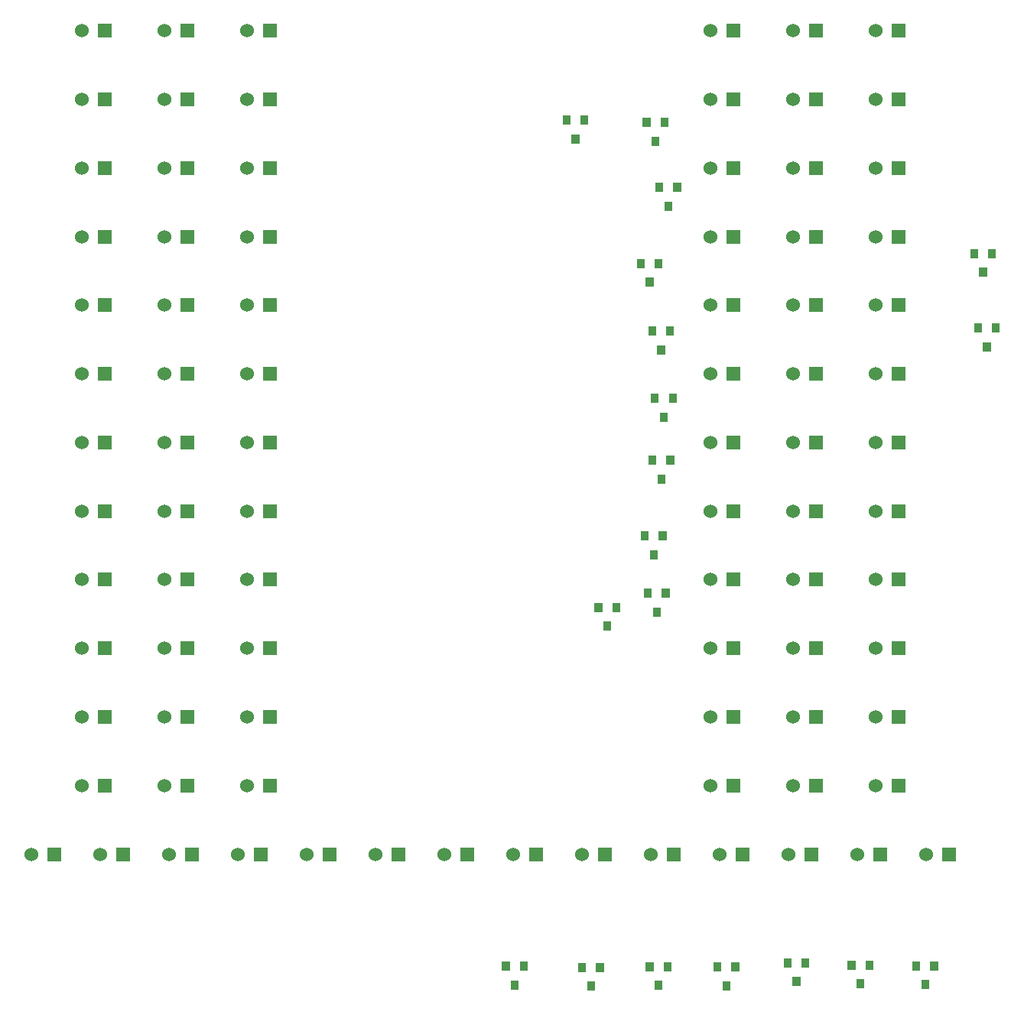
<source format=gbr>
G04 start of page 7 for group 2 layer_idx 11 *
G04 Title: liplight-art, top_mask *
G04 Creator: pcb-rnd 2.0.0 *
G04 CreationDate: 2018-08-04 21:30:55 UTC *
G04 For:  *
G04 Format: Gerber/RS-274X *
G04 PCB-Dimensions: 506299 506299 *
G04 PCB-Coordinate-Origin: lower left *
%MOIN*%
%FSLAX25Y25*%
%LNTOPMASK*%
%ADD35C,0.0600*%
%ADD34C,0.0001*%
G54D34*G36*
X111409Y444732D02*X117409D01*
Y438732D01*
X111409D01*
Y444732D01*
G37*
G54D35*X104409Y441732D03*
X140394Y411811D03*
G54D34*G36*
X111409Y414811D02*X117409D01*
Y408811D01*
X111409D01*
Y414811D01*
G37*
G54D35*X104409Y411811D03*
G54D34*G36*
X147394Y414811D02*X153394D01*
Y408811D01*
X147394D01*
Y414811D01*
G37*
G36*
X183378D02*X189378D01*
Y408811D01*
X183378D01*
Y414811D01*
G37*
G54D35*X176378Y411811D03*
G54D34*G36*
X147394Y444732D02*X153394D01*
Y438732D01*
X147394D01*
Y444732D01*
G37*
G54D35*X140394Y441732D03*
G54D34*G36*
X183378Y444732D02*X189378D01*
Y438732D01*
X183378D01*
Y444732D01*
G37*
G54D35*X176378Y441732D03*
G54D34*G36*
X89362Y85598D02*X95362D01*
Y79598D01*
X89362D01*
Y85598D01*
G37*
G54D35*X82362Y82598D03*
G54D34*G36*
X119362Y85598D02*X125362D01*
Y79598D01*
X119362D01*
Y85598D01*
G37*
G54D35*X112362Y82598D03*
X142362D03*
G54D34*G36*
X183378Y115598D02*X189378D01*
Y109598D01*
X183378D01*
Y115598D01*
G37*
G54D35*X176378Y112598D03*
G54D34*G36*
X149362Y85598D02*X155362D01*
Y79598D01*
X149362D01*
Y85598D01*
G37*
G36*
X179362D02*X185362D01*
Y79598D01*
X179362D01*
Y85598D01*
G37*
G54D35*X172362Y82598D03*
G54D34*G36*
X209362Y85598D02*X215362D01*
Y79598D01*
X209362D01*
Y85598D01*
G37*
G54D35*X202362Y82598D03*
G54D34*G36*
X147394Y115598D02*X153394D01*
Y109598D01*
X147394D01*
Y115598D01*
G37*
G54D35*X140394Y112598D03*
G54D34*G36*
X111409Y115598D02*X117409D01*
Y109598D01*
X111409D01*
Y115598D01*
G37*
G54D35*X104409Y112598D03*
G54D34*G36*
X239362Y85598D02*X245362D01*
Y79598D01*
X239362D01*
Y85598D01*
G37*
G36*
X269362D02*X275362D01*
Y79598D01*
X269362D01*
Y85598D01*
G37*
G54D35*X262362Y82598D03*
G54D34*G36*
X299362Y85598D02*X305362D01*
Y79598D01*
X299362D01*
Y85598D01*
G37*
G54D35*X292362Y82598D03*
X232362D03*
G54D34*G36*
X290956Y35740D02*X287556D01*
Y31740D01*
X290956D01*
Y35740D01*
G37*
G36*
X294856Y27540D02*X291456D01*
Y23540D01*
X294856D01*
Y27540D01*
G37*
G36*
X298756Y35740D02*X295356D01*
Y31740D01*
X298756D01*
Y35740D01*
G37*
G36*
X147394Y205362D02*X153394D01*
Y199362D01*
X147394D01*
Y205362D01*
G37*
G54D35*X140394Y202362D03*
G54D34*G36*
X147394Y175441D02*X153394D01*
Y169441D01*
X147394D01*
Y175441D01*
G37*
G54D35*X140394Y172441D03*
G54D34*G36*
X111409Y145520D02*X117409D01*
Y139520D01*
X111409D01*
Y145520D01*
G37*
G36*
X147394D02*X153394D01*
Y139520D01*
X147394D01*
Y145520D01*
G37*
G54D35*X140394Y142520D03*
G54D34*G36*
X147394Y235283D02*X153394D01*
Y229283D01*
X147394D01*
Y235283D01*
G37*
G54D35*X140394Y232283D03*
G54D34*G36*
X147394Y354969D02*X153394D01*
Y348969D01*
X147394D01*
Y354969D01*
G37*
G36*
Y384890D02*X153394D01*
Y378890D01*
X147394D01*
Y384890D01*
G37*
G36*
Y265205D02*X153394D01*
Y259205D01*
X147394D01*
Y265205D01*
G37*
G36*
Y295126D02*X153394D01*
Y289126D01*
X147394D01*
Y295126D01*
G37*
G36*
Y325047D02*X153394D01*
Y319047D01*
X147394D01*
Y325047D01*
G37*
G54D35*X140394Y351969D03*
Y381890D03*
Y262205D03*
Y292126D03*
Y322047D03*
G54D34*G36*
X183378Y205362D02*X189378D01*
Y199362D01*
X183378D01*
Y205362D01*
G37*
G54D35*X176378Y202362D03*
X104409Y142520D03*
G54D34*G36*
X183378Y145520D02*X189378D01*
Y139520D01*
X183378D01*
Y145520D01*
G37*
G54D35*X176378Y142520D03*
G54D34*G36*
X183378Y175441D02*X189378D01*
Y169441D01*
X183378D01*
Y175441D01*
G37*
G54D35*X176378Y172441D03*
G54D34*G36*
X183378Y235283D02*X189378D01*
Y229283D01*
X183378D01*
Y235283D01*
G37*
G54D35*X176378Y232283D03*
G54D34*G36*
X183378Y354969D02*X189378D01*
Y348969D01*
X183378D01*
Y354969D01*
G37*
G36*
Y384890D02*X189378D01*
Y378890D01*
X183378D01*
Y384890D01*
G37*
G36*
Y265205D02*X189378D01*
Y259205D01*
X183378D01*
Y265205D01*
G37*
G36*
Y295126D02*X189378D01*
Y289126D01*
X183378D01*
Y295126D01*
G37*
G36*
Y325047D02*X189378D01*
Y319047D01*
X183378D01*
Y325047D01*
G37*
G54D35*X176378Y351969D03*
Y381890D03*
Y262205D03*
Y292126D03*
Y322047D03*
G54D34*G36*
X111409Y265205D02*X117409D01*
Y259205D01*
X111409D01*
Y265205D01*
G37*
G36*
Y295126D02*X117409D01*
Y289126D01*
X111409D01*
Y295126D01*
G37*
G36*
Y325047D02*X117409D01*
Y319047D01*
X111409D01*
Y325047D01*
G37*
G36*
Y354969D02*X117409D01*
Y348969D01*
X111409D01*
Y354969D01*
G37*
G36*
Y175441D02*X117409D01*
Y169441D01*
X111409D01*
Y175441D01*
G37*
G36*
Y205362D02*X117409D01*
Y199362D01*
X111409D01*
Y205362D01*
G37*
G36*
Y235283D02*X117409D01*
Y229283D01*
X111409D01*
Y235283D01*
G37*
G36*
Y384890D02*X117409D01*
Y378890D01*
X111409D01*
Y384890D01*
G37*
G54D35*X104409Y262205D03*
Y292126D03*
Y322047D03*
Y351969D03*
Y172441D03*
Y202362D03*
Y232283D03*
Y381890D03*
G54D34*G36*
X421331Y444732D02*X427331D01*
Y438732D01*
X421331D01*
Y444732D01*
G37*
G54D35*X414331Y441732D03*
G54D34*G36*
X457315Y444732D02*X463315D01*
Y438732D01*
X457315D01*
Y444732D01*
G37*
G54D35*X450315Y441732D03*
G54D34*G36*
X421331Y325047D02*X427331D01*
Y319047D01*
X421331D01*
Y325047D01*
G37*
G54D35*X414331Y322047D03*
G54D34*G36*
X421331Y354969D02*X427331D01*
Y348969D01*
X421331D01*
Y354969D01*
G37*
G54D35*X414331Y351969D03*
G54D34*G36*
X496723Y314076D02*X493323D01*
Y310076D01*
X496723D01*
Y314076D01*
G37*
G36*
X504523D02*X501123D01*
Y310076D01*
X504523D01*
Y314076D01*
G37*
G36*
X500623Y305876D02*X497223D01*
Y301876D01*
X500623D01*
Y305876D01*
G37*
G36*
X495012Y346682D02*X491612D01*
Y342682D01*
X495012D01*
Y346682D01*
G37*
G36*
X502812D02*X499412D01*
Y342682D01*
X502812D01*
Y346682D01*
G37*
G36*
X498912Y338482D02*X495512D01*
Y334482D01*
X498912D01*
Y338482D01*
G37*
G36*
X457315Y414811D02*X463315D01*
Y408811D01*
X457315D01*
Y414811D01*
G37*
G54D35*X450315Y411811D03*
G54D34*G36*
X457315Y384890D02*X463315D01*
Y378890D01*
X457315D01*
Y384890D01*
G37*
G54D35*X450315Y381890D03*
G54D34*G36*
X421331Y414811D02*X427331D01*
Y408811D01*
X421331D01*
Y414811D01*
G37*
G54D35*X414331Y411811D03*
G54D34*G36*
X421331Y384890D02*X427331D01*
Y378890D01*
X421331D01*
Y384890D01*
G37*
G54D35*X414331Y381890D03*
G54D34*G36*
X317339Y404812D02*X313939D01*
Y400812D01*
X317339D01*
Y404812D01*
G37*
G36*
X325139D02*X321739D01*
Y400812D01*
X325139D01*
Y404812D01*
G37*
G36*
X321239Y396612D02*X317839D01*
Y392612D01*
X321239D01*
Y396612D01*
G37*
G36*
X352252Y403838D02*X348852D01*
Y399838D01*
X352252D01*
Y403838D01*
G37*
G36*
X360052D02*X356652D01*
Y399838D01*
X360052D01*
Y403838D01*
G37*
G36*
X356152Y395638D02*X352752D01*
Y391638D01*
X356152D01*
Y395638D01*
G37*
G36*
X357800Y375499D02*X354400D01*
Y371499D01*
X357800D01*
Y375499D01*
G37*
G36*
X365600D02*X362200D01*
Y371499D01*
X365600D01*
Y375499D01*
G37*
G36*
X361700Y367299D02*X358300D01*
Y363299D01*
X361700D01*
Y367299D01*
G37*
G36*
X349674Y342271D02*X346274D01*
Y338271D01*
X349674D01*
Y342271D01*
G37*
G36*
X357474D02*X354074D01*
Y338271D01*
X357474D01*
Y342271D01*
G37*
G36*
X353574Y334071D02*X350174D01*
Y330071D01*
X353574D01*
Y334071D01*
G37*
G36*
X354674Y312743D02*X351274D01*
Y308743D01*
X354674D01*
Y312743D01*
G37*
G36*
X362474D02*X359074D01*
Y308743D01*
X362474D01*
Y312743D01*
G37*
G36*
X358574Y304543D02*X355174D01*
Y300543D01*
X358574D01*
Y304543D01*
G37*
G36*
X385346Y115598D02*X391346D01*
Y109598D01*
X385346D01*
Y115598D01*
G37*
G54D35*X378346Y112598D03*
X442362Y82598D03*
G54D34*G36*
X419362Y85598D02*X425362D01*
Y79598D01*
X419362D01*
Y85598D01*
G37*
G54D35*X412362Y82598D03*
G54D34*G36*
X389362Y85598D02*X395362D01*
Y79598D01*
X389362D01*
Y85598D01*
G37*
G36*
X449362D02*X455362D01*
Y79598D01*
X449362D01*
Y85598D01*
G37*
G36*
X479362D02*X485362D01*
Y79598D01*
X479362D01*
Y85598D01*
G37*
G54D35*X472362Y82598D03*
X382362D03*
G54D34*G36*
X457315Y115598D02*X463315D01*
Y109598D01*
X457315D01*
Y115598D01*
G37*
G36*
X441566Y36225D02*X438166D01*
Y32225D01*
X441566D01*
Y36225D01*
G37*
G36*
X449366D02*X445966D01*
Y32225D01*
X449366D01*
Y36225D01*
G37*
G36*
X445466Y28025D02*X442066D01*
Y24025D01*
X445466D01*
Y28025D01*
G37*
G36*
X413725Y37233D02*X410325D01*
Y33233D01*
X413725D01*
Y37233D01*
G37*
G36*
X421525D02*X418125D01*
Y33233D01*
X421525D01*
Y37233D01*
G37*
G36*
X417625Y29033D02*X414225D01*
Y25033D01*
X417625D01*
Y29033D01*
G37*
G36*
X469800Y35999D02*X466400D01*
Y31999D01*
X469800D01*
Y35999D01*
G37*
G36*
X477600D02*X474200D01*
Y31999D01*
X477600D01*
Y35999D01*
G37*
G36*
X473700Y27799D02*X470300D01*
Y23799D01*
X473700D01*
Y27799D01*
G37*
G54D35*X450315Y112598D03*
G54D34*G36*
X421331Y115598D02*X427331D01*
Y109598D01*
X421331D01*
Y115598D01*
G37*
G54D35*X414331Y112598D03*
G54D34*G36*
X329362Y85598D02*X335362D01*
Y79598D01*
X329362D01*
Y85598D01*
G37*
G36*
X359362D02*X365362D01*
Y79598D01*
X359362D01*
Y85598D01*
G37*
G54D35*X352362Y82598D03*
G54D34*G36*
X353627Y35611D02*X350227D01*
Y31611D01*
X353627D01*
Y35611D01*
G37*
G36*
X361427D02*X358027D01*
Y31611D01*
X361427D01*
Y35611D01*
G37*
G36*
X357527Y27411D02*X354127D01*
Y23411D01*
X357527D01*
Y27411D01*
G37*
G36*
X383155Y35512D02*X379755D01*
Y31512D01*
X383155D01*
Y35512D01*
G37*
G36*
X390955D02*X387555D01*
Y31512D01*
X390955D01*
Y35512D01*
G37*
G36*
X387055Y27312D02*X383655D01*
Y23312D01*
X387055D01*
Y27312D01*
G37*
G36*
X331949Y35267D02*X328549D01*
Y31267D01*
X331949D01*
Y35267D01*
G37*
G54D35*X322362Y82598D03*
G54D34*G36*
X324149Y35267D02*X320749D01*
Y31267D01*
X324149D01*
Y35267D01*
G37*
G36*
X328049Y27067D02*X324649D01*
Y23067D01*
X328049D01*
Y27067D01*
G37*
G36*
X385346Y145520D02*X391346D01*
Y139520D01*
X385346D01*
Y145520D01*
G37*
G54D35*X414331Y172441D03*
G54D34*G36*
X421331Y145520D02*X427331D01*
Y139520D01*
X421331D01*
Y145520D01*
G37*
G54D35*X414331Y142520D03*
G54D34*G36*
X421331Y175441D02*X427331D01*
Y169441D01*
X421331D01*
Y175441D01*
G37*
G54D35*X450315Y172441D03*
G54D34*G36*
X457315Y205362D02*X463315D01*
Y199362D01*
X457315D01*
Y205362D01*
G37*
G54D35*X450315Y202362D03*
G54D34*G36*
X457315Y145520D02*X463315D01*
Y139520D01*
X457315D01*
Y145520D01*
G37*
G54D35*X450315Y142520D03*
G54D34*G36*
X457315Y175441D02*X463315D01*
Y169441D01*
X457315D01*
Y175441D01*
G37*
G36*
Y235283D02*X463315D01*
Y229283D01*
X457315D01*
Y235283D01*
G37*
G36*
X421331D02*X427331D01*
Y229283D01*
X421331D01*
Y235283D01*
G37*
G54D35*X414331Y232283D03*
G54D34*G36*
X421331Y265205D02*X427331D01*
Y259205D01*
X421331D01*
Y265205D01*
G37*
G54D35*X414331Y262205D03*
G54D34*G36*
X421331Y205362D02*X427331D01*
Y199362D01*
X421331D01*
Y205362D01*
G37*
G54D35*X414331Y202362D03*
X450315Y232283D03*
G54D34*G36*
X421331Y295126D02*X427331D01*
Y289126D01*
X421331D01*
Y295126D01*
G37*
G54D35*X414331Y292126D03*
G54D34*G36*
X457315Y265205D02*X463315D01*
Y259205D01*
X457315D01*
Y265205D01*
G37*
G36*
Y295126D02*X463315D01*
Y289126D01*
X457315D01*
Y295126D01*
G37*
G36*
Y325047D02*X463315D01*
Y319047D01*
X457315D01*
Y325047D01*
G37*
G36*
Y354969D02*X463315D01*
Y348969D01*
X457315D01*
Y354969D01*
G37*
G54D35*X450315Y262205D03*
Y292126D03*
Y322047D03*
Y351969D03*
G54D34*G36*
X354800Y256499D02*X351400D01*
Y252499D01*
X354800D01*
Y256499D01*
G37*
G36*
X362600D02*X359200D01*
Y252499D01*
X362600D01*
Y256499D01*
G37*
G36*
X358700Y248299D02*X355300D01*
Y244299D01*
X358700D01*
Y248299D01*
G37*
G36*
X359241Y223413D02*X355841D01*
Y219413D01*
X359241D01*
Y223413D01*
G37*
G36*
X352800Y198499D02*X349400D01*
Y194499D01*
X352800D01*
Y198499D01*
G37*
G36*
X360600D02*X357200D01*
Y194499D01*
X360600D01*
Y198499D01*
G37*
G36*
X356700Y190299D02*X353300D01*
Y186299D01*
X356700D01*
Y190299D01*
G37*
G36*
X355341Y215213D02*X351941D01*
Y211213D01*
X355341D01*
Y215213D01*
G37*
G54D35*X378346Y142520D03*
G54D34*G36*
X355833Y283380D02*X352433D01*
Y279380D01*
X355833D01*
Y283380D01*
G37*
G36*
X363633D02*X360233D01*
Y279380D01*
X363633D01*
Y283380D01*
G37*
G36*
X359733Y275180D02*X356333D01*
Y271180D01*
X359733D01*
Y275180D01*
G37*
G36*
X351441Y223413D02*X348041D01*
Y219413D01*
X351441D01*
Y223413D01*
G37*
G36*
X331233Y192220D02*X327833D01*
Y188220D01*
X331233D01*
Y192220D01*
G37*
G36*
X339033D02*X335633D01*
Y188220D01*
X339033D01*
Y192220D01*
G37*
G36*
X335133Y184020D02*X331733D01*
Y180020D01*
X335133D01*
Y184020D01*
G37*
G36*
X385346Y265205D02*X391346D01*
Y259205D01*
X385346D01*
Y265205D01*
G37*
G36*
Y295126D02*X391346D01*
Y289126D01*
X385346D01*
Y295126D01*
G37*
G36*
Y325047D02*X391346D01*
Y319047D01*
X385346D01*
Y325047D01*
G37*
G36*
Y354969D02*X391346D01*
Y348969D01*
X385346D01*
Y354969D01*
G37*
G36*
Y175441D02*X391346D01*
Y169441D01*
X385346D01*
Y175441D01*
G37*
G36*
Y205362D02*X391346D01*
Y199362D01*
X385346D01*
Y205362D01*
G37*
G36*
Y235283D02*X391346D01*
Y229283D01*
X385346D01*
Y235283D01*
G37*
G36*
Y384890D02*X391346D01*
Y378890D01*
X385346D01*
Y384890D01*
G37*
G36*
Y414811D02*X391346D01*
Y408811D01*
X385346D01*
Y414811D01*
G37*
G36*
Y444732D02*X391346D01*
Y438732D01*
X385346D01*
Y444732D01*
G37*
G54D35*X378346Y262205D03*
Y292126D03*
Y322047D03*
Y351969D03*
Y172441D03*
Y202362D03*
Y232283D03*
Y381890D03*
Y411811D03*
Y441732D03*
M02*

</source>
